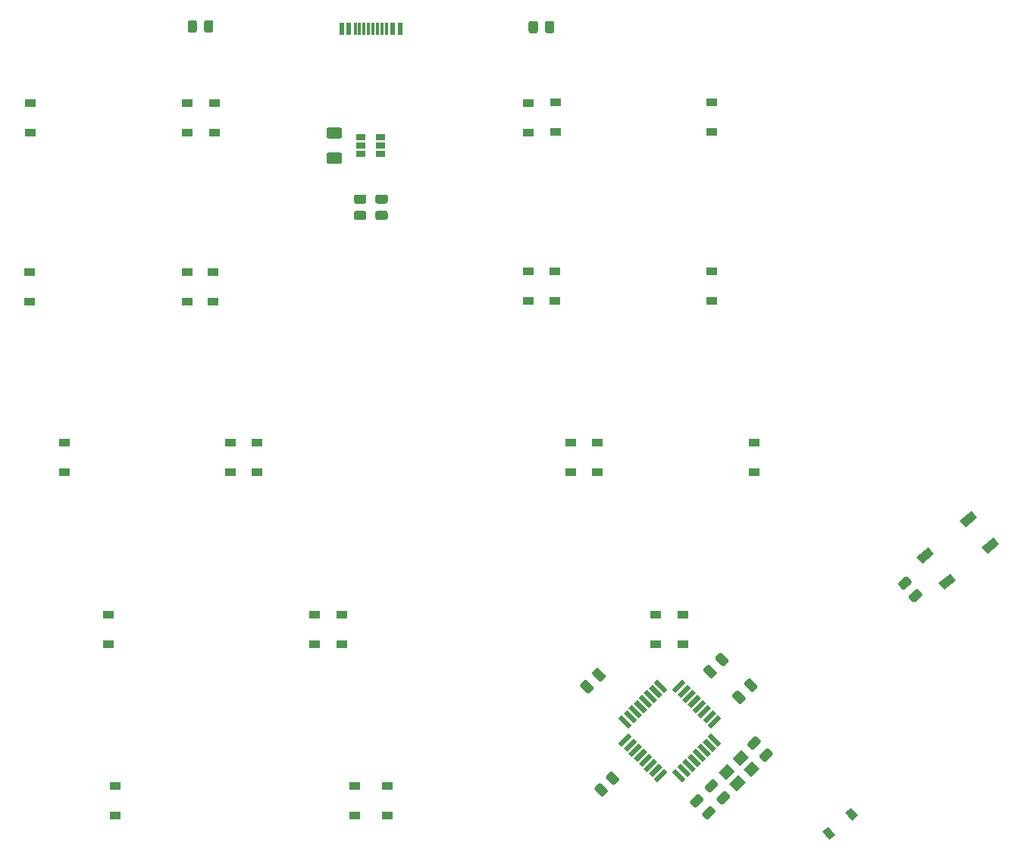
<source format=gbr>
%TF.GenerationSoftware,KiCad,Pcbnew,(5.1.9)-1*%
%TF.CreationDate,2021-07-09T15:31:46+02:00*%
%TF.ProjectId,GameHand,47616d65-4861-46e6-942e-6b696361645f,rev?*%
%TF.SameCoordinates,Original*%
%TF.FileFunction,Paste,Bot*%
%TF.FilePolarity,Positive*%
%FSLAX46Y46*%
G04 Gerber Fmt 4.6, Leading zero omitted, Abs format (unit mm)*
G04 Created by KiCad (PCBNEW (5.1.9)-1) date 2021-07-09 15:31:46*
%MOMM*%
%LPD*%
G01*
G04 APERTURE LIST*
%ADD10R,0.600000X1.450000*%
%ADD11R,0.300000X1.450000*%
%ADD12C,0.100000*%
%ADD13R,1.060000X0.650000*%
%ADD14R,1.200000X0.900000*%
G04 APERTURE END LIST*
%TO.C,R3*%
G36*
G01*
X174591043Y-121625156D02*
X173954644Y-120988757D01*
G75*
G02*
X173954644Y-120635207I176775J176775D01*
G01*
X174325877Y-120263974D01*
G75*
G02*
X174679427Y-120263974I176775J-176775D01*
G01*
X175315826Y-120900373D01*
G75*
G02*
X175315826Y-121253923I-176775J-176775D01*
G01*
X174944593Y-121625156D01*
G75*
G02*
X174591043Y-121625156I-176775J176775D01*
G01*
G37*
G36*
G01*
X173300573Y-122915626D02*
X172664174Y-122279227D01*
G75*
G02*
X172664174Y-121925677I176775J176775D01*
G01*
X173035407Y-121554444D01*
G75*
G02*
X173388957Y-121554444I176775J-176775D01*
G01*
X174025356Y-122190843D01*
G75*
G02*
X174025356Y-122544393I-176775J-176775D01*
G01*
X173654123Y-122915626D01*
G75*
G02*
X173300573Y-122915626I-176775J176775D01*
G01*
G37*
%TD*%
%TO.C,R6*%
G36*
G01*
X166274800Y-36583198D02*
X166274800Y-37483202D01*
G75*
G02*
X166024802Y-37733200I-249998J0D01*
G01*
X165499798Y-37733200D01*
G75*
G02*
X165249800Y-37483202I0J249998D01*
G01*
X165249800Y-36583198D01*
G75*
G02*
X165499798Y-36333200I249998J0D01*
G01*
X166024802Y-36333200D01*
G75*
G02*
X166274800Y-36583198I0J-249998D01*
G01*
G37*
G36*
G01*
X168099800Y-36583198D02*
X168099800Y-37483202D01*
G75*
G02*
X167849802Y-37733200I-249998J0D01*
G01*
X167324798Y-37733200D01*
G75*
G02*
X167074800Y-37483202I0J249998D01*
G01*
X167074800Y-36583198D01*
G75*
G02*
X167324798Y-36333200I249998J0D01*
G01*
X167849802Y-36333200D01*
G75*
G02*
X168099800Y-36583198I0J-249998D01*
G01*
G37*
%TD*%
%TO.C,R5*%
G36*
G01*
X129000200Y-37407002D02*
X129000200Y-36506998D01*
G75*
G02*
X129250198Y-36257000I249998J0D01*
G01*
X129775202Y-36257000D01*
G75*
G02*
X130025200Y-36506998I0J-249998D01*
G01*
X130025200Y-37407002D01*
G75*
G02*
X129775202Y-37657000I-249998J0D01*
G01*
X129250198Y-37657000D01*
G75*
G02*
X129000200Y-37407002I0J249998D01*
G01*
G37*
G36*
G01*
X127175200Y-37407002D02*
X127175200Y-36506998D01*
G75*
G02*
X127425198Y-36257000I249998J0D01*
G01*
X127950202Y-36257000D01*
G75*
G02*
X128200200Y-36506998I0J-249998D01*
G01*
X128200200Y-37407002D01*
G75*
G02*
X127950202Y-37657000I-249998J0D01*
G01*
X127425198Y-37657000D01*
G75*
G02*
X127175200Y-37407002I0J249998D01*
G01*
G37*
%TD*%
D10*
%TO.C,J1*%
X150874800Y-37217400D03*
X150074800Y-37217400D03*
X145174800Y-37217400D03*
X144374800Y-37217400D03*
X144374800Y-37217400D03*
X145174800Y-37217400D03*
X150074800Y-37217400D03*
X150874800Y-37217400D03*
D11*
X145874800Y-37217400D03*
X146374800Y-37217400D03*
X146874800Y-37217400D03*
X147874800Y-37217400D03*
X148374800Y-37217400D03*
X148874800Y-37217400D03*
X149374800Y-37217400D03*
X147374800Y-37217400D03*
%TD*%
D12*
%TO.C,U1*%
G36*
X185639672Y-115381035D02*
G01*
X185250763Y-114992126D01*
X186382134Y-113860755D01*
X186771043Y-114249664D01*
X185639672Y-115381035D01*
G37*
G36*
X185073986Y-114815350D02*
G01*
X184685077Y-114426441D01*
X185816448Y-113295070D01*
X186205357Y-113683979D01*
X185073986Y-114815350D01*
G37*
G36*
X184508301Y-114249664D02*
G01*
X184119392Y-113860755D01*
X185250763Y-112729384D01*
X185639672Y-113118293D01*
X184508301Y-114249664D01*
G37*
G36*
X183942616Y-113683979D02*
G01*
X183553707Y-113295070D01*
X184685078Y-112163699D01*
X185073987Y-112552608D01*
X183942616Y-113683979D01*
G37*
G36*
X183376930Y-113118293D02*
G01*
X182988021Y-112729384D01*
X184119392Y-111598013D01*
X184508301Y-111986922D01*
X183376930Y-113118293D01*
G37*
G36*
X182811245Y-112552608D02*
G01*
X182422336Y-112163699D01*
X183553707Y-111032328D01*
X183942616Y-111421237D01*
X182811245Y-112552608D01*
G37*
G36*
X182245559Y-111986923D02*
G01*
X181856650Y-111598014D01*
X182988021Y-110466643D01*
X183376930Y-110855552D01*
X182245559Y-111986923D01*
G37*
G36*
X181679874Y-111421237D02*
G01*
X181290965Y-111032328D01*
X182422336Y-109900957D01*
X182811245Y-110289866D01*
X181679874Y-111421237D01*
G37*
G36*
X180760635Y-111032328D02*
G01*
X180371726Y-111421237D01*
X179240355Y-110289866D01*
X179629264Y-109900957D01*
X180760635Y-111032328D01*
G37*
G36*
X180194950Y-111598014D02*
G01*
X179806041Y-111986923D01*
X178674670Y-110855552D01*
X179063579Y-110466643D01*
X180194950Y-111598014D01*
G37*
G36*
X179629264Y-112163699D02*
G01*
X179240355Y-112552608D01*
X178108984Y-111421237D01*
X178497893Y-111032328D01*
X179629264Y-112163699D01*
G37*
G36*
X179063579Y-112729384D02*
G01*
X178674670Y-113118293D01*
X177543299Y-111986922D01*
X177932208Y-111598013D01*
X179063579Y-112729384D01*
G37*
G36*
X178497893Y-113295070D02*
G01*
X178108984Y-113683979D01*
X176977613Y-112552608D01*
X177366522Y-112163699D01*
X178497893Y-113295070D01*
G37*
G36*
X177932208Y-113860755D02*
G01*
X177543299Y-114249664D01*
X176411928Y-113118293D01*
X176800837Y-112729384D01*
X177932208Y-113860755D01*
G37*
G36*
X177366523Y-114426441D02*
G01*
X176977614Y-114815350D01*
X175846243Y-113683979D01*
X176235152Y-113295070D01*
X177366523Y-114426441D01*
G37*
G36*
X176800837Y-114992126D02*
G01*
X176411928Y-115381035D01*
X175280557Y-114249664D01*
X175669466Y-113860755D01*
X176800837Y-114992126D01*
G37*
G36*
X175669466Y-117431645D02*
G01*
X175280557Y-117042736D01*
X176411928Y-115911365D01*
X176800837Y-116300274D01*
X175669466Y-117431645D01*
G37*
G36*
X176235152Y-117997330D02*
G01*
X175846243Y-117608421D01*
X176977614Y-116477050D01*
X177366523Y-116865959D01*
X176235152Y-117997330D01*
G37*
G36*
X176800837Y-118563016D02*
G01*
X176411928Y-118174107D01*
X177543299Y-117042736D01*
X177932208Y-117431645D01*
X176800837Y-118563016D01*
G37*
G36*
X177366522Y-119128701D02*
G01*
X176977613Y-118739792D01*
X178108984Y-117608421D01*
X178497893Y-117997330D01*
X177366522Y-119128701D01*
G37*
G36*
X177932208Y-119694387D02*
G01*
X177543299Y-119305478D01*
X178674670Y-118174107D01*
X179063579Y-118563016D01*
X177932208Y-119694387D01*
G37*
G36*
X178497893Y-120260072D02*
G01*
X178108984Y-119871163D01*
X179240355Y-118739792D01*
X179629264Y-119128701D01*
X178497893Y-120260072D01*
G37*
G36*
X179063579Y-120825757D02*
G01*
X178674670Y-120436848D01*
X179806041Y-119305477D01*
X180194950Y-119694386D01*
X179063579Y-120825757D01*
G37*
G36*
X179629264Y-121391443D02*
G01*
X179240355Y-121002534D01*
X180371726Y-119871163D01*
X180760635Y-120260072D01*
X179629264Y-121391443D01*
G37*
G36*
X182811245Y-121002534D02*
G01*
X182422336Y-121391443D01*
X181290965Y-120260072D01*
X181679874Y-119871163D01*
X182811245Y-121002534D01*
G37*
G36*
X183376930Y-120436848D02*
G01*
X182988021Y-120825757D01*
X181856650Y-119694386D01*
X182245559Y-119305477D01*
X183376930Y-120436848D01*
G37*
G36*
X183942616Y-119871163D02*
G01*
X183553707Y-120260072D01*
X182422336Y-119128701D01*
X182811245Y-118739792D01*
X183942616Y-119871163D01*
G37*
G36*
X184508301Y-119305478D02*
G01*
X184119392Y-119694387D01*
X182988021Y-118563016D01*
X183376930Y-118174107D01*
X184508301Y-119305478D01*
G37*
G36*
X185073987Y-118739792D02*
G01*
X184685078Y-119128701D01*
X183553707Y-117997330D01*
X183942616Y-117608421D01*
X185073987Y-118739792D01*
G37*
G36*
X185639672Y-118174107D02*
G01*
X185250763Y-118563016D01*
X184119392Y-117431645D01*
X184508301Y-117042736D01*
X185639672Y-118174107D01*
G37*
G36*
X186205357Y-117608421D02*
G01*
X185816448Y-117997330D01*
X184685077Y-116865959D01*
X185073986Y-116477050D01*
X186205357Y-117608421D01*
G37*
G36*
X186771043Y-117042736D02*
G01*
X186382134Y-117431645D01*
X185250763Y-116300274D01*
X185639672Y-115911365D01*
X186771043Y-117042736D01*
G37*
%TD*%
%TO.C,X1*%
G36*
X189020288Y-117767703D02*
G01*
X189868816Y-118616231D01*
X188878866Y-119606181D01*
X188030338Y-118757653D01*
X189020288Y-117767703D01*
G37*
G36*
X187464653Y-119323338D02*
G01*
X188313181Y-120171866D01*
X187323231Y-121161816D01*
X186474703Y-120313288D01*
X187464653Y-119323338D01*
G37*
G36*
X188666734Y-120525419D02*
G01*
X189515262Y-121373947D01*
X188525312Y-122363897D01*
X187676784Y-121515369D01*
X188666734Y-120525419D01*
G37*
G36*
X190222369Y-118969784D02*
G01*
X191070897Y-119818312D01*
X190080947Y-120808262D01*
X189232419Y-119959734D01*
X190222369Y-118969784D01*
G37*
%TD*%
D13*
%TO.C,U2*%
X146474000Y-50266600D03*
X146474000Y-49316600D03*
X146474000Y-51216600D03*
X148674000Y-51216600D03*
X148674000Y-50266600D03*
X148674000Y-49316600D03*
%TD*%
D12*
%TO.C,RESET*%
G36*
X214069600Y-92953127D02*
G01*
X213426812Y-92187082D01*
X214729088Y-91094343D01*
X215371876Y-91860388D01*
X214069600Y-92953127D01*
G37*
G36*
X209243520Y-97002689D02*
G01*
X208600732Y-96236644D01*
X209903008Y-95143905D01*
X210545796Y-95909950D01*
X209243520Y-97002689D01*
G37*
G36*
X216512192Y-95864095D02*
G01*
X215869404Y-95098050D01*
X217171680Y-94005311D01*
X217814468Y-94771356D01*
X216512192Y-95864095D01*
G37*
G36*
X211686112Y-99913657D02*
G01*
X211043324Y-99147612D01*
X212345600Y-98054873D01*
X212988388Y-98820918D01*
X211686112Y-99913657D01*
G37*
%TD*%
%TO.C,R4*%
G36*
G01*
X207785993Y-100443074D02*
X208475436Y-99864562D01*
G75*
G02*
X208827642Y-99895376I160696J-191510D01*
G01*
X209165109Y-100297552D01*
G75*
G02*
X209134295Y-100649758I-191510J-160696D01*
G01*
X208444852Y-101228270D01*
G75*
G02*
X208092646Y-101197456I-160696J191510D01*
G01*
X207755179Y-100795280D01*
G75*
G02*
X207785993Y-100443074I191510J160696D01*
G01*
G37*
G36*
G01*
X206612905Y-99045042D02*
X207302348Y-98466530D01*
G75*
G02*
X207654554Y-98497344I160696J-191510D01*
G01*
X207992021Y-98899520D01*
G75*
G02*
X207961207Y-99251726I-191510J-160696D01*
G01*
X207271764Y-99830238D01*
G75*
G02*
X206919558Y-99799424I-160696J191510D01*
G01*
X206582091Y-99397248D01*
G75*
G02*
X206612905Y-99045042I191510J160696D01*
G01*
G37*
%TD*%
%TO.C,R2*%
G36*
G01*
X145980998Y-57550000D02*
X146881002Y-57550000D01*
G75*
G02*
X147131000Y-57799998I0J-249998D01*
G01*
X147131000Y-58325002D01*
G75*
G02*
X146881002Y-58575000I-249998J0D01*
G01*
X145980998Y-58575000D01*
G75*
G02*
X145731000Y-58325002I0J249998D01*
G01*
X145731000Y-57799998D01*
G75*
G02*
X145980998Y-57550000I249998J0D01*
G01*
G37*
G36*
G01*
X145980998Y-55725000D02*
X146881002Y-55725000D01*
G75*
G02*
X147131000Y-55974998I0J-249998D01*
G01*
X147131000Y-56500002D01*
G75*
G02*
X146881002Y-56750000I-249998J0D01*
G01*
X145980998Y-56750000D01*
G75*
G02*
X145731000Y-56500002I0J249998D01*
G01*
X145731000Y-55974998D01*
G75*
G02*
X145980998Y-55725000I249998J0D01*
G01*
G37*
%TD*%
%TO.C,R1*%
G36*
G01*
X148368598Y-57550000D02*
X149268602Y-57550000D01*
G75*
G02*
X149518600Y-57799998I0J-249998D01*
G01*
X149518600Y-58325002D01*
G75*
G02*
X149268602Y-58575000I-249998J0D01*
G01*
X148368598Y-58575000D01*
G75*
G02*
X148118600Y-58325002I0J249998D01*
G01*
X148118600Y-57799998D01*
G75*
G02*
X148368598Y-57550000I249998J0D01*
G01*
G37*
G36*
G01*
X148368598Y-55725000D02*
X149268602Y-55725000D01*
G75*
G02*
X149518600Y-55974998I0J-249998D01*
G01*
X149518600Y-56500002D01*
G75*
G02*
X149268602Y-56750000I-249998J0D01*
G01*
X148368598Y-56750000D01*
G75*
G02*
X148118600Y-56500002I0J249998D01*
G01*
X148118600Y-55974998D01*
G75*
G02*
X148368598Y-55725000I249998J0D01*
G01*
G37*
%TD*%
%TO.C,F1*%
G36*
G01*
X144160400Y-49491600D02*
X142910400Y-49491600D01*
G75*
G02*
X142660400Y-49241600I0J250000D01*
G01*
X142660400Y-48491600D01*
G75*
G02*
X142910400Y-48241600I250000J0D01*
G01*
X144160400Y-48241600D01*
G75*
G02*
X144410400Y-48491600I0J-250000D01*
G01*
X144410400Y-49241600D01*
G75*
G02*
X144160400Y-49491600I-250000J0D01*
G01*
G37*
G36*
G01*
X144160400Y-52291600D02*
X142910400Y-52291600D01*
G75*
G02*
X142660400Y-52041600I0J250000D01*
G01*
X142660400Y-51291600D01*
G75*
G02*
X142910400Y-51041600I250000J0D01*
G01*
X144160400Y-51041600D01*
G75*
G02*
X144410400Y-51291600I0J-250000D01*
G01*
X144410400Y-52041600D01*
G75*
G02*
X144160400Y-52291600I-250000J0D01*
G01*
G37*
%TD*%
%TO.C,D58*%
G36*
X201355326Y-125723081D02*
G01*
X200583980Y-124803828D01*
X201273420Y-124225319D01*
X202044766Y-125144572D01*
X201355326Y-125723081D01*
G37*
G36*
X198827380Y-127844281D02*
G01*
X198056034Y-126925028D01*
X198745474Y-126346519D01*
X199516820Y-127265772D01*
X198827380Y-127844281D01*
G37*
%TD*%
D14*
%TO.C,D55*%
X149479000Y-121844800D03*
X149479000Y-125144800D03*
%TD*%
%TO.C,D54*%
X145846800Y-121844800D03*
X145846800Y-125144800D03*
%TD*%
%TO.C,D53*%
X119075200Y-121819400D03*
X119075200Y-125119400D03*
%TD*%
%TO.C,D44*%
X182499000Y-102693200D03*
X182499000Y-105993200D03*
%TD*%
%TO.C,D43*%
X179451000Y-102693200D03*
X179451000Y-105993200D03*
%TD*%
%TO.C,D42*%
X144348200Y-102693200D03*
X144348200Y-105993200D03*
%TD*%
%TO.C,D41*%
X141351000Y-102693200D03*
X141351000Y-105993200D03*
%TD*%
%TO.C,D40*%
X118287800Y-102667800D03*
X118287800Y-105967800D03*
%TD*%
%TO.C,D32*%
X190449200Y-83440000D03*
X190449200Y-86740000D03*
%TD*%
%TO.C,D31*%
X172923200Y-83465400D03*
X172923200Y-86765400D03*
%TD*%
%TO.C,D30*%
X169976800Y-83465400D03*
X169976800Y-86765400D03*
%TD*%
%TO.C,D29*%
X134874000Y-83465400D03*
X134874000Y-86765400D03*
%TD*%
%TO.C,D28*%
X131902200Y-83465400D03*
X131902200Y-86765400D03*
%TD*%
%TO.C,D27*%
X113360200Y-83465400D03*
X113360200Y-86765400D03*
%TD*%
%TO.C,D19*%
X185724800Y-64339200D03*
X185724800Y-67639200D03*
%TD*%
%TO.C,D18*%
X168148000Y-64339200D03*
X168148000Y-67639200D03*
%TD*%
%TO.C,D17*%
X165252400Y-64339200D03*
X165252400Y-67639200D03*
%TD*%
%TO.C,D16*%
X130022600Y-64364600D03*
X130022600Y-67664600D03*
%TD*%
%TO.C,D15*%
X127152400Y-64390000D03*
X127152400Y-67690000D03*
%TD*%
%TO.C,D14*%
X109524800Y-64364600D03*
X109524800Y-67664600D03*
%TD*%
%TO.C,D6*%
X185724800Y-45441600D03*
X185724800Y-48741600D03*
%TD*%
%TO.C,D5*%
X168249600Y-45467000D03*
X168249600Y-48767000D03*
%TD*%
%TO.C,D4*%
X165201600Y-45492400D03*
X165201600Y-48792400D03*
%TD*%
%TO.C,D3*%
X130149600Y-45492400D03*
X130149600Y-48792400D03*
%TD*%
%TO.C,D2*%
X127076200Y-45492400D03*
X127076200Y-48792400D03*
%TD*%
%TO.C,D1*%
X109550200Y-45492400D03*
X109550200Y-48792400D03*
%TD*%
%TO.C,C9*%
G36*
G01*
X186316723Y-123107473D02*
X186988474Y-122435722D01*
G75*
G02*
X187342028Y-122435722I176777J-176777D01*
G01*
X187695581Y-122789275D01*
G75*
G02*
X187695581Y-123142829I-176777J-176777D01*
G01*
X187023830Y-123814580D01*
G75*
G02*
X186670276Y-123814580I-176777J176777D01*
G01*
X186316723Y-123461027D01*
G75*
G02*
X186316723Y-123107473I176777J176777D01*
G01*
G37*
G36*
G01*
X184973221Y-121763971D02*
X185644972Y-121092220D01*
G75*
G02*
X185998526Y-121092220I176777J-176777D01*
G01*
X186352079Y-121445773D01*
G75*
G02*
X186352079Y-121799327I-176777J-176777D01*
G01*
X185680328Y-122471078D01*
G75*
G02*
X185326774Y-122471078I-176777J176777D01*
G01*
X184973221Y-122117525D01*
G75*
G02*
X184973221Y-121763971I176777J176777D01*
G01*
G37*
%TD*%
%TO.C,C8*%
G36*
G01*
X191127278Y-117024127D02*
X190455527Y-117695878D01*
G75*
G02*
X190101973Y-117695878I-176777J176777D01*
G01*
X189748420Y-117342325D01*
G75*
G02*
X189748420Y-116988771I176777J176777D01*
G01*
X190420171Y-116317020D01*
G75*
G02*
X190773725Y-116317020I176777J-176777D01*
G01*
X191127278Y-116670573D01*
G75*
G02*
X191127278Y-117024127I-176777J-176777D01*
G01*
G37*
G36*
G01*
X192470780Y-118367629D02*
X191799029Y-119039380D01*
G75*
G02*
X191445475Y-119039380I-176777J176777D01*
G01*
X191091922Y-118685827D01*
G75*
G02*
X191091922Y-118332273I176777J176777D01*
G01*
X191763673Y-117660522D01*
G75*
G02*
X192117227Y-117660522I176777J-176777D01*
G01*
X192470780Y-118014075D01*
G75*
G02*
X192470780Y-118367629I-176777J-176777D01*
G01*
G37*
%TD*%
%TO.C,C7*%
G36*
G01*
X186836073Y-108374078D02*
X186164322Y-107702327D01*
G75*
G02*
X186164322Y-107348773I176777J176777D01*
G01*
X186517875Y-106995220D01*
G75*
G02*
X186871429Y-106995220I176777J-176777D01*
G01*
X187543180Y-107666971D01*
G75*
G02*
X187543180Y-108020525I-176777J-176777D01*
G01*
X187189627Y-108374078D01*
G75*
G02*
X186836073Y-108374078I-176777J176777D01*
G01*
G37*
G36*
G01*
X185492571Y-109717580D02*
X184820820Y-109045829D01*
G75*
G02*
X184820820Y-108692275I176777J176777D01*
G01*
X185174373Y-108338722D01*
G75*
G02*
X185527927Y-108338722I176777J-176777D01*
G01*
X186199678Y-109010473D01*
G75*
G02*
X186199678Y-109364027I-176777J-176777D01*
G01*
X185846125Y-109717580D01*
G75*
G02*
X185492571Y-109717580I-176777J176777D01*
G01*
G37*
%TD*%
%TO.C,C3*%
G36*
G01*
X184691122Y-124783873D02*
X185362873Y-124112122D01*
G75*
G02*
X185716427Y-124112122I176777J-176777D01*
G01*
X186069980Y-124465675D01*
G75*
G02*
X186069980Y-124819229I-176777J-176777D01*
G01*
X185398229Y-125490980D01*
G75*
G02*
X185044675Y-125490980I-176777J176777D01*
G01*
X184691122Y-125137427D01*
G75*
G02*
X184691122Y-124783873I176777J176777D01*
G01*
G37*
G36*
G01*
X183347620Y-123440371D02*
X184019371Y-122768620D01*
G75*
G02*
X184372925Y-122768620I176777J-176777D01*
G01*
X184726478Y-123122173D01*
G75*
G02*
X184726478Y-123475727I-176777J-176777D01*
G01*
X184054727Y-124147478D01*
G75*
G02*
X183701173Y-124147478I-176777J176777D01*
G01*
X183347620Y-123793925D01*
G75*
G02*
X183347620Y-123440371I176777J176777D01*
G01*
G37*
%TD*%
%TO.C,C2*%
G36*
G01*
X190061873Y-111244278D02*
X189390122Y-110572527D01*
G75*
G02*
X189390122Y-110218973I176777J176777D01*
G01*
X189743675Y-109865420D01*
G75*
G02*
X190097229Y-109865420I176777J-176777D01*
G01*
X190768980Y-110537171D01*
G75*
G02*
X190768980Y-110890725I-176777J-176777D01*
G01*
X190415427Y-111244278D01*
G75*
G02*
X190061873Y-111244278I-176777J176777D01*
G01*
G37*
G36*
G01*
X188718371Y-112587780D02*
X188046620Y-111916029D01*
G75*
G02*
X188046620Y-111562475I176777J176777D01*
G01*
X188400173Y-111208922D01*
G75*
G02*
X188753727Y-111208922I176777J-176777D01*
G01*
X189425478Y-111880673D01*
G75*
G02*
X189425478Y-112234227I-176777J-176777D01*
G01*
X189071925Y-112587780D01*
G75*
G02*
X188718371Y-112587780I-176777J176777D01*
G01*
G37*
%TD*%
%TO.C,C1*%
G36*
G01*
X171775176Y-110026473D02*
X172446927Y-110698224D01*
G75*
G02*
X172446927Y-111051778I-176777J-176777D01*
G01*
X172093374Y-111405331D01*
G75*
G02*
X171739820Y-111405331I-176777J176777D01*
G01*
X171068069Y-110733580D01*
G75*
G02*
X171068069Y-110380026I176777J176777D01*
G01*
X171421622Y-110026473D01*
G75*
G02*
X171775176Y-110026473I176777J-176777D01*
G01*
G37*
G36*
G01*
X173118678Y-108682971D02*
X173790429Y-109354722D01*
G75*
G02*
X173790429Y-109708276I-176777J-176777D01*
G01*
X173436876Y-110061829D01*
G75*
G02*
X173083322Y-110061829I-176777J176777D01*
G01*
X172411571Y-109390078D01*
G75*
G02*
X172411571Y-109036524I176777J176777D01*
G01*
X172765124Y-108682971D01*
G75*
G02*
X173118678Y-108682971I176777J-176777D01*
G01*
G37*
%TD*%
M02*

</source>
